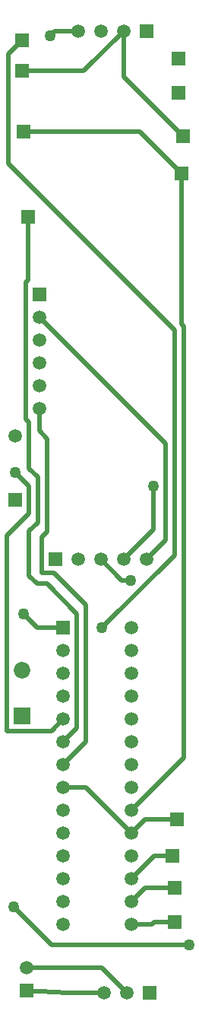
<source format=gbr>
G04 Layer_Physical_Order=2*
G04 Layer_Color=16711680*
%FSLAX26Y26*%
%MOIN*%
%TF.FileFunction,Copper,L2,Bot,Signal*%
%TF.Part,Single*%
G01*
G75*
%TA.AperFunction,Conductor*%
%ADD16C,0.019685*%
%TA.AperFunction,ComponentPad*%
%ADD17R,0.072835X0.072835*%
%ADD18C,0.072835*%
%ADD19R,0.059055X0.059055*%
%ADD20C,0.059055*%
%ADD21R,0.059055X0.059055*%
%TA.AperFunction,ViaPad*%
%ADD22C,0.050000*%
D16*
X6140000Y3940000D02*
X6230000D01*
X6240000Y3950000D01*
X6330000D01*
X5680000Y3750000D02*
X6010000D01*
X6120000Y3640000D01*
X5930000Y7680000D02*
X6105000Y7855000D01*
X5660000Y7680000D02*
X5930000D01*
X5840000Y4640000D02*
X5940000Y4740000D01*
Y5340630D01*
X5800000Y5480630D02*
X5940000Y5340630D01*
X5745000Y5480630D02*
X5800000D01*
X5745000D02*
Y5637752D01*
X5768742Y5661494D01*
Y6068258D01*
X5735000Y6102000D02*
X5768742Y6068258D01*
X5735000Y6102000D02*
Y6200000D01*
X5840000Y4740000D02*
X5900000Y4800000D01*
Y5300000D01*
X5767574Y5432426D02*
X5900000Y5300000D01*
X5725000Y5432426D02*
X5767574D01*
X5690000Y5467426D02*
X5725000Y5432426D01*
X5690000Y5467426D02*
Y5662124D01*
X5729056Y5701180D01*
Y5899292D01*
X5690000Y5938348D02*
X5729056Y5899292D01*
X5690000Y5938348D02*
Y6140000D01*
X5675000Y6155000D02*
X5690000Y6140000D01*
X5675000Y6155000D02*
Y6752000D01*
X5685000Y6762000D01*
Y7040000D01*
X5726000Y5240000D02*
X5840000D01*
X5666000Y5300000D02*
X5726000Y5240000D01*
X6005000Y5540000D02*
X6097000Y5448000D01*
X6135000D01*
X5783000Y7835000D02*
X5803000Y7855000D01*
X5905000D01*
X6105000Y7655000D02*
X6365000Y7395000D01*
X6105000Y7655000D02*
Y7855000D01*
X5940000Y4540000D02*
X6140000Y4340000D01*
X5840000Y4540000D02*
X5940000D01*
X6360000Y6569000D02*
Y7230000D01*
Y6569000D02*
X6369000Y6560000D01*
Y4669000D02*
Y6560000D01*
X6140000Y4440000D02*
X6369000Y4669000D01*
X5665000Y7415000D02*
X6175000D01*
X6360000Y7230000D01*
X6140000Y4340000D02*
X6200000Y4400000D01*
X6340000D01*
X6205000Y5540000D02*
X6288844Y5623844D01*
Y6046156D01*
X5735000Y6600000D02*
X6288844Y6046156D01*
X5680000Y3650000D02*
X5860000Y3640000D01*
X6020000D01*
X6140000Y4140000D02*
X6240000Y4240000D01*
X6320000D01*
X6140000Y4040000D02*
X6200000Y4100000D01*
X6330000D01*
X5789914Y3850000D02*
X6391000D01*
X5623914Y4016000D02*
X5789914Y3850000D01*
X6234000Y5669000D02*
Y5859842D01*
X6105000Y5540000D02*
X6234000Y5669000D01*
X5630000Y5919370D02*
X5689370Y5860000D01*
Y5740866D02*
Y5860000D01*
X5593000Y5644496D02*
X5689370Y5740866D01*
X5593000Y4788000D02*
Y5644496D01*
Y4788000D02*
X5788000D01*
X5840000Y4840000D01*
X5600000Y7755000D02*
X5660000Y7815000D01*
X5600000Y7273000D02*
Y7755000D01*
Y7273000D02*
X6328530Y6544470D01*
Y5558530D02*
Y6544470D01*
X6010000Y5240000D02*
X6328530Y5558530D01*
D17*
X5660000Y4855000D02*
D03*
D18*
Y5055000D02*
D03*
D19*
X6220000Y3640000D02*
D03*
X6205000Y7855000D02*
D03*
X5685000Y7040000D02*
D03*
X5805000Y5540000D02*
D03*
X5840000Y5240000D02*
D03*
D20*
X6120000Y3640000D02*
D03*
X6020000D02*
D03*
X5905000Y7855000D02*
D03*
X6005000D02*
D03*
X6105000D02*
D03*
X5630000Y6079764D02*
D03*
X6205000Y5540000D02*
D03*
X6105000D02*
D03*
X6005000D02*
D03*
X5905000D02*
D03*
X5840000Y5140000D02*
D03*
Y5040000D02*
D03*
Y4940000D02*
D03*
Y4840000D02*
D03*
Y4740000D02*
D03*
Y4640000D02*
D03*
Y4540000D02*
D03*
Y4440000D02*
D03*
Y4340000D02*
D03*
Y4240000D02*
D03*
Y4140000D02*
D03*
Y4040000D02*
D03*
Y3940000D02*
D03*
X6140000Y5240000D02*
D03*
Y5140000D02*
D03*
Y5040000D02*
D03*
Y4940000D02*
D03*
Y4840000D02*
D03*
Y4740000D02*
D03*
Y4640000D02*
D03*
Y4540000D02*
D03*
Y4440000D02*
D03*
Y4340000D02*
D03*
Y4240000D02*
D03*
Y4140000D02*
D03*
Y4040000D02*
D03*
Y3940000D02*
D03*
X5735000Y6600000D02*
D03*
Y6500000D02*
D03*
Y6400000D02*
D03*
Y6300000D02*
D03*
Y6200000D02*
D03*
X5680000Y3750000D02*
D03*
D21*
X5660000Y7815000D02*
D03*
X6360000Y7230000D02*
D03*
X6365000Y7395000D02*
D03*
X5630000Y5800236D02*
D03*
X6345000Y7735000D02*
D03*
X5660000Y7680000D02*
D03*
X6345000Y7585000D02*
D03*
X6330000Y3950000D02*
D03*
Y4100000D02*
D03*
X6320000Y4240000D02*
D03*
X6340000Y4400000D02*
D03*
X5735000Y6700000D02*
D03*
X5680000Y3650000D02*
D03*
X5665000Y7415000D02*
D03*
D22*
X5666000Y5300000D02*
D03*
X6135000Y5448000D02*
D03*
X5783000Y7835000D02*
D03*
X6391000Y3850000D02*
D03*
X5623914Y4016000D02*
D03*
X6234000Y5859842D02*
D03*
X5630000Y5919370D02*
D03*
X6010000Y5240000D02*
D03*
%TF.MD5,5CA043E8F05BBAE21E78951866795D64*%
M02*

</source>
